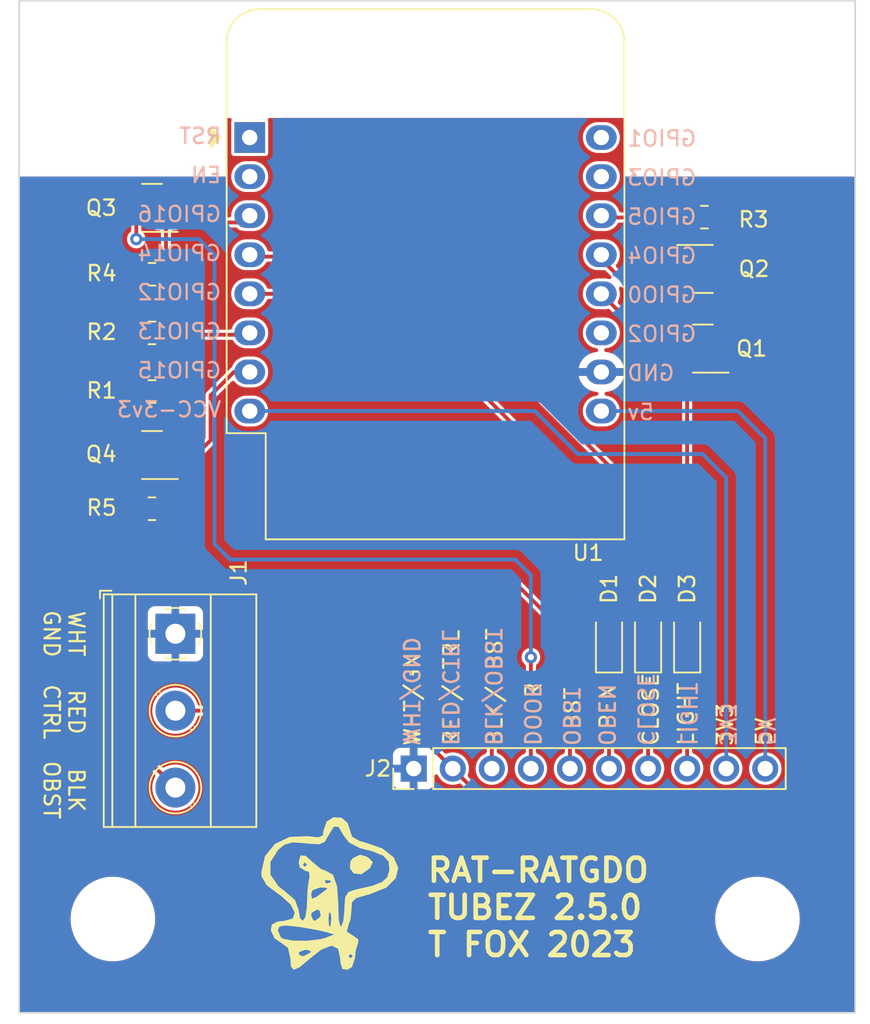
<source format=kicad_pcb>
(kicad_pcb (version 20221018) (generator pcbnew)
  (title_block (title "RAT-RATGDO TUBEZ ESP8266") (date "2023-11-02") (rev "2.5.0") (company "T Fox"))
  (layers (0 "F.Cu" signal) (31 "B.Cu" signal) (34 "B.Paste" user) (35 "F.Paste" user) (36 "B.SilkS" user "B.Silkscreen") (37 "F.SilkS" user "F.Silkscreen") (38 "B.Mask" user) (39 "F.Mask" user) (44 "Edge.Cuts" user))
  (net 0 "")
  (net 1 "Net-(Q1-D)")
  (net 2 "Net-(Q2-G)")
  (net 3 "Net-(U1-MOSI{slash}D7)")
  (net 6 "DC_OPEN")
  (net 7 "Net-(D1-A)")
  (net 8 "DC_CLOSE")
  (net 9 "Net-(D2-A)")
  (net 11 "DC_LIGHT")
  (net 14 "GND")
  (net 15 "+5V")
  (net 16 "Net-(D3-A)")
  (net 17 "BLK{slash}OBST")
  (net 18 "RED{slash}CTRL")
  (net 19 "STS_DOOR")
  (net 20 "STS_OBST")
  (net 21 "+3V3")
  (net 22 "Net-(Q3-G)")
  (net 23 "Net-(Q4-G)")
  (footprint "Resistor_SMD:R_0805_2012Metric" (layer "F.Cu") (at 159.1075 71.215222)
    (fp_text reference "R3" (at 3.1985 0.158778) (layer "F.SilkS"))
    (fp_text value "10k")
    (fp_line (start -0.227064 -0.735) (end 0.227064 -0.735) (stroke (width 0.12)) (layer "F.SilkS"))
    (fp_line (start -0.227064 0.735) (end 0.227064 0.735) (stroke (width 0.12)) (layer "F.SilkS"))
    (pad "1" smd roundrect (at -0.9125 0) (size 1.025 1.4) (layers "F.Cu" "F.Paste" "F.Mask") (roundrect_rratio 0.243902439) (net 2 "Net-(Q2-G)"))
    (pad "2" smd roundrect (at 0.9125 0) (size 1.025 1.4) (layers "F.Cu" "F.Paste" "F.Mask") (roundrect_rratio 0.243902439) (net 14 "GND"))
  )
  (footprint "Package_TO_SOT_SMD:SOT-23" (layer "F.Cu") (at 123.19 70.612 180)
    (fp_text reference "Q3" (at 3.302 0) (layer "F.SilkS"))
    (fp_text value "AO3400A")
    (fp_line (start 0 -1.56) (end -1.675 -1.56) (stroke (width 0.12)) (layer "F.SilkS"))
    (fp_line (start 0 -1.56) (end 0.65 -1.56) (stroke (width 0.12)) (layer "F.SilkS"))
    (fp_line (start 0 1.56) (end -0.65 1.56) (stroke (width 0.12)) (layer "F.SilkS"))
    (fp_line (start 0 1.56) (end 0.65 1.56) (stroke (width 0.12)) (layer "F.SilkS"))
    (pad "1" smd roundrect (at -0.9375 -0.95 180) (size 1.475 0.6) (layers "F.Cu" "F.Paste" "F.Mask") (net 22 "Net-(Q3-G)"))
    (pad "2" smd roundrect (at -0.9375 0.95 180) (size 1.475 0.6) (layers "F.Cu" "F.Paste" "F.Mask") (net 14 "GND"))
    (pad "3" smd roundrect (at 0.9375 0 180) (size 1.475 0.6) (layers "F.Cu" "F.Paste" "F.Mask") (net 19 "STS_DOOR"))
  )
  (footprint "MountingHole:MountingHole_5mm" (layer "F.Cu") (at 162.56 63.5)
    (fp_text reference "REF**" hide)
    (fp_text value "MountingHole_5mm")
    (pad "" np_thru_hole circle (at 0 0) (size 5 5) (drill 5) (layers "*.Cu" "*.Mask"))
  )
  (footprint "Diode_SMD:D_SOD-323_HandSoldering" (layer "F.Cu") (at 152.908 98.806 90)
    (fp_text reference "D1" (at 3.429 0 90) (layer "F.SilkS"))
    (fp_text value "1N4148WS")
    (fp_line (start -2.01 -0.85) (end -2.01 0.85) (stroke (width 0.12)) (layer "F.SilkS"))
    (fp_line (start -2.01 -0.85) (end 1.25 -0.85) (stroke (width 0.12)) (layer "F.SilkS"))
    (fp_line (start -2.01 0.85) (end 1.25 0.85) (stroke (width 0.12)) (layer "F.SilkS"))
    (pad "1" smd roundrect (at -1.25 0 90) (size 1 1) (layers "F.Cu" "F.Paste" "F.Mask") (net 6 "DC_OPEN"))
    (pad "2" smd roundrect (at 1.25 0 90) (size 1 1) (layers "F.Cu" "F.Paste" "F.Mask") (net 7 "Net-(D1-A)"))
  )
  (footprint "MountingHole:MountingHole_5mm" (layer "F.Cu") (at 162.56 116.84)
    (fp_text reference "REF**" hide)
    (fp_text value "MountingHole_5mm")
    (pad "" np_thru_hole circle (at 0 0) (size 5 5) (drill 5) (layers "*.Cu" "*.Mask"))
  )
  (footprint "LOGO" (layer "F.Cu") (at 134.62 115.062)
    (fp_text reference "G***" hide)
    (fp_text value "LOGO" hide)
    (fp_poly (pts (xy 2.493105 -2.294216) (xy 2.684752 -2.178158) (xy 2.931777 -1.907011) (xy 2.743863 -1.536772) (xy 2.719219 -1.506764) (xy 2.186299 -1.127009) (xy 1.689422 -1.184681) (xy 1.438315 -1.513441) (xy 1.481142 -2.00333) (xy 1.649455 -2.184835) (xy 2.100245 -2.402447)) (fill solid) (layer "F.SilkS"))
    (fp_poly (pts (xy 0.900063 -4.806073) (xy 1.30161 -4.457058) (xy 1.400669 -4.130355) (xy 1.585558 -3.574603) (xy 2.079759 -3.287212) (xy 2.357593 -3.220122) (xy 3.548355 -2.814632) (xy 4.292871 -2.228958) (xy 4.586189 -1.549925) (xy 4.423357 -0.864361) (xy 3.799425 -0.259092) (xy 2.709441 0.179057) (xy 2.553478 0.214914) (xy 1.860613 0.415328) (xy 1.575054 0.686538) (xy 1.553695 1.05037) (xy 1.49003 1.777154) (xy 1.351238 2.161376) (xy 1.240992 2.591035) (xy 1.590554 2.827213) (xy 1.625404 2.838544) (xy 1.992721 3.097329) (xy 1.977011 3.322783) (xy 1.821239 3.822188) (xy 1.770428 4.311664) (xy 1.584808 4.901308) (xy 1.28351 5.08134) (xy 0.943624 5.025017) (xy 0.817782 4.595097) (xy 0.810638 4.343218) (xy 0.775101 4.188298) (xy 1.351064 4.188298) (xy 1.48617 4.323405) (xy 1.621276 4.188298) (xy 1.48617 4.053192) (xy 1.351064 4.188298) (xy 0.775101 4.188298) (xy 0.664087 3.704336) (xy 0.245225 3.51293) (xy -0.414759 3.769317) (xy -1.124394 4.323405) (xy -1.811787 4.904425) (xy -2.210396 5.084565) (xy -2.392745 4.864833) (xy -2.431915 4.341614) (xy -2.498988 4.044711) (xy -1.89149 4.044711) (xy -1.693422 4.193386) (xy -1.48617 4.150908) (xy -1.130634 3.959115) (xy -1.080851 3.889176) (xy -1.301502 3.794717) (xy -1.48617 3.782979) (xy -1.845829 3.92439) (xy -1.89149 4.044711) (xy -2.498988 4.044711) (xy -2.588016 3.65062) (xy -2.947378 3.385583) (xy -3.463156 3.030191) (xy -3.699766 2.513823) (xy -3.242553 2.513823) (xy -3.052203 2.962394) (xy -2.904787 3.063597) (xy -2.256049 3.180751) (xy -1.362282 3.188355) (xy -0.50613 3.093579) (xy -0.135107 2.993331) (xy 0.405319 2.782092) (xy -0.135107 2.622395) (xy -0.726624 2.488364) (xy -1.584222 2.337672) (xy -1.959043 2.281519) (xy -2.748683 2.200771) (xy -3.135325 2.264835) (xy -3.242329 2.496039) (xy -3.242553 2.513823) (xy -3.699766 2.513823) (xy -3.704431 2.503643) (xy -3.632802 2.137318) (xy -3.273193 1.947334) (xy -2.821287 1.89149) (xy -2.276739 1.745886) (xy -2.145931 1.368095) (xy -2.407629 0.846644) (xy -3.0406 0.27006) (xy -3.242553 0.135107) (xy -3.978766 -0.429311) (xy -4.293351 -0.968499) (xy -4.323404 -1.237111) (xy -4.170549 -1.9229) (xy -3.727125 -1.9229) (xy -3.720459 -1.101745) (xy -3.20066 -0.344772) (xy -2.833889 -0.065069) (xy -2.128184 0.542429) (xy -1.892178 1.178311) (xy -1.89149 1.218442) (xy -1.798682 1.725066) (xy -1.621277 1.89149) (xy -1.458888 1.650248) (xy -1.440059 1.531206) (xy -1.080851 1.531206) (xy -0.936248 1.861118) (xy -0.839548 1.89149) (xy -0.64805 1.756383) (xy 0.052677 1.756383) (xy 0.081885 2.217859) (xy 0.166474 2.258489) (xy 0.177242 2.234398) (xy 0.230696 1.697976) (xy 0.187255 1.42376) (xy 0.101242 1.313567) (xy 0.054459 1.672471) (xy 0.052677 1.756383) (xy -0.64805 1.756383) (xy -0.537789 1.678591) (xy -0.459991 1.531206) (xy -0.5375 1.214579) (xy -0.701294 1.170922) (xy -1.043166 1.375153) (xy -1.080851 1.531206) (xy -1.440059 1.531206) (xy -1.362528 1.041046) (xy -1.351064 0.697632) (xy -1.328367 0.168193) (xy -1.080851 0.168193) (xy -1.018393 0.455703) (xy -0.73945 0.342136) (xy -0.607979 0.244654) (xy -0.183289 -0.076482) (xy -0.022518 -0.193751) (xy -0.155221 -0.253438) (xy -0.49539 -0.270212) (xy -0.980354 -0.100461) (xy -1.080851 0.168193) (xy -1.328367 0.168193) (xy -1.315214 -0.138617) (xy -1.235073 -0.720567) (xy -0.180142 -0.720567) (xy -0.14305 -0.559926) (xy 0 -0.540425) (xy 0.222416 -0.639292) (xy 0.180142 -0.720567) (xy -0.140538 -0.752906) (xy -0.180142 -0.720567) (xy -1.235073 -0.720567) (xy -1.225498 -0.790096) (xy -1.187048 -0.923644) (xy -1.212134 -1.284913) (xy -1.457261 -1.351063) (xy -1.818432 -1.576531) (xy -1.860151 -1.756383) (xy -1.621277 -1.756383) (xy -1.48617 -1.621276) (xy -1.351064 -1.756383) (xy -1.48617 -1.891489) (xy -1.621277 -1.756383) (xy -1.860151 -1.756383) (xy -1.89149 -1.891489) (xy -1.777319 -2.356856) (xy -1.439071 -2.333407) (xy -0.945745 -1.891489) (xy -0.457087 -1.485329) (xy -0.102734 -1.351063) (xy 0.342401 -1.097904) (xy 0.609744 -0.350759) (xy 0.693018 0.871871) (xy 0.691532 0.990116) (xy 0.713285 1.746506) (xy 0.795379 2.196826) (xy 0.87395 2.25768) (xy 1.006053 1.930319) (xy 1.076995 1.275984) (xy 1.080851 1.070052) (xy 1.127375 0.367176) (xy 1.340101 0.023088) (xy 1.823936 -0.139915) (xy 2.891376 -0.38405) (xy 3.534724 -0.628044) (xy 3.86625 -0.937905) (xy 3.998222 -1.379642) (xy 4.003366 -1.421306) (xy 3.957054 -1.951603) (xy 3.613197 -2.33285) (xy 2.882303 -2.630575) (xy 2.084959 -2.825987) (xy 1.368829 -3.205138) (xy 1.028288 -3.655327) (xy 0.69921 -4.207555) (xy 0.408592 -4.231231) (xy 0.085394 -3.726112) (xy 0.051042 -3.65199) (xy -0.195289 -3.240211) (xy -0.548705 -3.080929) (xy -1.194996 -3.111093) (xy -1.4462 -3.143866) (xy -2.276782 -3.2014) (xy -2.81966 -3.050293) (xy -3.210252 -2.734428) (xy -3.727125 -1.9229) (xy -4.170549 -1.9229) (xy -4.086432 -2.300296) (xy -3.440015 -3.099751) (xy -2.480901 -3.561024) (xy -1.305839 -3.609667) (xy -1.251176 -3.601243) (xy -0.600942 -3.534315) (xy -0.32412 -3.660939) (xy -0.270213 -3.988926) (xy -0.076599 -4.555862) (xy 0.377077 -4.833626)) (fill solid) (layer "F.SilkS"))
  )
  (footprint "Module:WEMOS_D1_mini_light" (layer "F.Cu") (at 129.5475 66.04)
    (fp_text reference "U1" (at 22 27) (layer "F.SilkS"))
    (fp_text value "WeMos_D1_mini")
    (fp_line (start -1.5 19.22) (end -1.5 -6.21) (stroke (width 0.12)) (layer "F.SilkS"))
    (fp_line (start -1.5 19.22) (end 1.04 19.22) (stroke (width 0.12)) (layer "F.SilkS"))
    (fp_line (start 1.04 19.22) (end 1.04 26.12) (stroke (width 0.12)) (layer "F.SilkS"))
    (fp_line (start 1.04 26.12) (end 24.36 26.12) (stroke (width 0.12)) (layer "F.SilkS"))
    (fp_line (start 22.24 -8.34) (end 0.63 -8.34) (stroke (width 0.12)) (layer "F.SilkS"))
    (fp_line (start 24.36 26.12) (end 24.36 -6.21) (stroke (width 0.12)) (layer "F.SilkS"))
    (fp_arc (start -1.5 -6.21) (mid -0.876137 -7.716137) (end 0.63 -8.34) (stroke (width 0.12)) (layer "F.SilkS"))
    (fp_arc (start 22.23 -8.34) (mid 23.736137 -7.716137) (end 24.36 -6.21) (stroke (width 0.12)) (layer "F.SilkS"))
    (fp_poly (pts (xy -2.54 -0.635) (xy -2.54 0.635) (xy -1.905 0)) (stroke (width 0.15)) (fill solid) (layer "F.SilkS"))
    (pad "1" thru_hole rect (at 0 0) (size 2 2) (drill 1) (layers "*.Cu" "*.Mask"))
    (pad "2" thru_hole oval (at 0 2.54) (size 2 1.6) (drill 1) (layers "*.Cu" "*.Mask"))
    (pad "3" thru_hole oval (at 0 5.08) (size 2 1.6) (drill 1) (layers "*.Cu" "*.Mask") (net 22 "Net-(Q3-G)"))
    (pad "4" thru_hole oval (at 0 7.62) (size 2 1.6) (drill 1) (layers "*.Cu" "*.Mask") (net 7 "Net-(D1-A)"))
    (pad "5" thru_hole oval (at 0 10.16) (size 2 1.6) (drill 1) (layers "*.Cu" "*.Mask") (net 9 "Net-(D2-A)"))
    (pad "6" thru_hole oval (at 0 12.7) (size 2 1.6) (drill 1) (layers "*.Cu" "*.Mask") (net 3 "Net-(U1-MOSI{slash}D7)"))
    (pad "7" thru_hole oval (at 0 15.24) (size 2 1.6) (drill 1) (layers "*.Cu" "*.Mask") (net 23 "Net-(Q4-G)"))
    (pad "8" thru_hole oval (at 0 17.78) (size 2 1.6) (drill 1) (layers "*.Cu" "*.Mask") (net 21 "+3V3"))
    (pad "9" thru_hole oval (at 22.86 17.78) (size 2 1.6) (drill 1) (layers "*.Cu" "*.Mask") (net 15 "+5V"))
    (pad "10" thru_hole oval (at 22.86 15.24) (size 2 1.6) (drill 1) (layers "*.Cu" "*.Mask") (net 14 "GND"))
    (pad "11" thru_hole oval (at 22.86 12.7) (size 2 1.6) (drill 1) (layers "*.Cu" "*.Mask"))
    (pad "12" thru_hole oval (at 22.86 10.16) (size 2 1.6) (drill 1) (layers "*.Cu" "*.Mask") (net 16 "Net-(D3-A)"))
    (pad "13" thru_hole oval (at 22.86 7.62) (size 2 1.6) (drill 1) (layers "*.Cu" "*.Mask") (net 1 "Net-(Q1-D)"))
    (pad "14" thru_hole oval (at 22.86 5.08) (size 2 1.6) (drill 1) (layers "*.Cu" "*.Mask") (net 2 "Net-(Q2-G)"))
    (pad "15" thru_hole oval (at 22.86 2.54) (size 2 1.6) (drill 1) (layers "*.Cu" "*.Mask"))
    (pad "16" thru_hole oval (at 22.86 0) (size 2 1.6) (drill 1) (layers "*.Cu" "*.Mask"))
  )
  (footprint "MountingHole:MountingHole_5mm" (layer "F.Cu") (at 120.65 116.84)
    (fp_text reference "REF**" hide)
    (fp_text value "MountingHole_5mm")
    (pad "" np_thru_hole circle (at 0 0) (size 5 5) (drill 5) (layers "*.Cu" "*.Mask"))
  )
  (footprint "Package_TO_SOT_SMD:SOT-23" (layer "F.Cu") (at 123.19 86.68 180)
    (fp_text reference "Q4" (at 3.302 0.061) (layer "F.SilkS"))
    (fp_text value "AO3400A")
    (fp_line (start 0 -1.56) (end -1.675 -1.56) (stroke (width 0.12)) (layer "F.SilkS"))
    (fp_line (start 0 -1.56) (end 0.65 -1.56) (stroke (width 0.12)) (layer "F.SilkS"))
    (fp_line (start 0 1.56) (end -0.65 1.56) (stroke (width 0.12)) (layer "F.SilkS"))
    (fp_line (start 0 1.56) (end 0.65 1.56) (stroke (width 0.12)) (layer "F.SilkS"))
    (pad "1" smd roundrect (at -0.9375 -0.95 180) (size 1.475 0.6) (layers "F.Cu" "F.Paste" "F.Mask") (net 23 "Net-(Q4-G)"))
    (pad "2" smd roundrect (at -0.9375 0.95 180) (size 1.475 0.6) (layers "F.Cu" "F.Paste" "F.Mask") (net 14 "GND"))
    (pad "3" smd roundrect (at 0.9375 0 180) (size 1.475 0.6) (layers "F.Cu" "F.Paste" "F.Mask") (net 20 "STS_OBST"))
  )
  (footprint "MountingHole:MountingHole_5mm" (layer "F.Cu") (at 120.65 63.5)
    (fp_text reference "REF**" hide)
    (fp_text value "MountingHole_5mm")
    (pad "" np_thru_hole circle (at 0 0) (size 5 5) (drill 5) (layers "*.Cu" "*.Mask"))
  )
  (footprint "Diode_SMD:D_SOD-323_HandSoldering" (layer "F.Cu") (at 155.448 98.806 90)
    (fp_text reference "D2" (at 3.429 0 90) (layer "F.SilkS"))
    (fp_text value "1N4148WS")
    (fp_line (start -2.01 -0.85) (end -2.01 0.85) (stroke (width 0.12)) (layer "F.SilkS"))
    (fp_line (start -2.01 -0.85) (end 1.25 -0.85) (stroke (width 0.12)) (layer "F.SilkS"))
    (fp_line (start -2.01 0.85) (end 1.25 0.85) (stroke (width 0.12)) (layer "F.SilkS"))
    (pad "1" smd roundrect (at -1.25 0 90) (size 1 1) (layers "F.Cu" "F.Paste" "F.Mask") (net 8 "DC_CLOSE"))
    (pad "2" smd roundrect (at 1.25 0 90) (size 1 1) (layers "F.Cu" "F.Paste" "F.Mask") (net 9 "Net-(D2-A)"))
  )
  (footprint "Package_TO_SOT_SMD:SOT-23" (layer "F.Cu") (at 159.009257 74.582843)
    (fp_text reference "Q2" (at 3.320553 0) (layer "F.SilkS"))
    (fp_text value "AO3400A")
    (fp_line (start 0 -1.56) (end -1.675 -1.56) (stroke (width 0.12)) (layer "F.SilkS"))
    (fp_line (start 0 -1.56) (end 0.65 -1.56) (stroke (width 0.12)) (layer "F.SilkS"))
    (fp_line (start 0 1.56) (end -0.65 1.56) (stroke (width 0.12)) (layer "F.SilkS"))
    (fp_line (start 0 1.56) (end 0.65 1.56) (stroke (width 0.12)) (layer "F.SilkS"))
    (pad "1" smd roundrect (at -0.9375 -0.95) (size 1.475 0.6) (layers "F.Cu" "F.Paste" "F.Mask") (net 2 "Net-(Q2-G)"))
    (pad "2" smd roundrect (at -0.9375 0.95) (size 1.475 0.6) (layers "F.Cu" "F.Paste" "F.Mask") (net 14 "GND"))
    (pad "3" smd roundrect (at 0.9375 0) (size 1.475 0.6) (layers "F.Cu" "F.Paste" "F.Mask") (net 18 "RED{slash}CTRL"))
  )
  (footprint "Diode_SMD:D_SOD-323_HandSoldering" (layer "F.Cu") (at 157.988 98.806 90)
    (fp_text reference "D3" (at 3.429 0 90) (layer "F.SilkS"))
    (fp_text value "1N4148WS")
    (fp_line (start -2.01 -0.85) (end -2.01 0.85) (stroke (width 0.12)) (layer "F.SilkS"))
    (fp_line (start -2.01 -0.85) (end 1.25 -0.85) (stroke (width 0.12)) (layer "F.SilkS"))
    (fp_line (start -2.01 0.85) (end 1.25 0.85) (stroke (width 0.12)) (layer "F.SilkS"))
    (pad "1" smd roundrect (at -1.25 0 90) (size 1 1) (layers "F.Cu" "F.Paste" "F.Mask") (net 11 "DC_LIGHT"))
    (pad "2" smd roundrect (at 1.25 0 90) (size 1 1) (layers "F.Cu" "F.Paste" "F.Mask") (net 16 "Net-(D3-A)"))
  )
  (footprint "Resistor_SMD:R_0805_2012Metric" (layer "F.Cu") (at 123.19 90.17 180)
    (fp_text reference "R5" (at 3.278191 0.061) (layer "F.SilkS"))
    (fp_text value "10k")
    (fp_line (start -0.227064 -0.735) (end 0.227064 -0.735) (stroke (width 0.12)) (layer "F.SilkS"))
    (fp_line (start -0.227064 0.735) (end 0.227064 0.735) (stroke (width 0.12)) (layer "F.SilkS"))
    (pad "1" smd roundrect (at -0.9125 0 180) (size 1.025 1.4) (layers "F.Cu" "F.Paste" "F.Mask") (roundrect_rratio 0.243902439) (net 23 "Net-(Q4-G)"))
    (pad "2" smd roundrect (at 0.9125 0 180) (size 1.025 1.4) (layers "F.Cu" "F.Paste" "F.Mask") (roundrect_rratio 0.243902439) (net 14 "GND"))
  )
  (footprint "Package_TO_SOT_SMD:SOT-23" (layer "F.Cu") (at 159.009257 79.759515 180)
    (fp_text reference "Q1" (at -3.17111 0) (layer "F.SilkS"))
    (fp_text value "2N7002")
    (fp_line (start 0 -1.56) (end -1.675 -1.56) (stroke (width 0.12)) (layer "F.SilkS"))
    (fp_line (start 0 -1.56) (end 0.65 -1.56) (stroke (width 0.12)) (layer "F.SilkS"))
    (fp_line (start 0 1.56) (end -0.65 1.56) (stroke (width 0.12)) (layer "F.SilkS"))
    (fp_line (start 0 1.56) (end 0.65 1.56) (stroke (width 0.12)) (layer "F.SilkS"))
    (pad "1" smd roundrect (at -0.9375 -0.95 180) (size 1.475 0.6) (layers "F.Cu" "F.Paste" "F.Mask") (net 18 "RED{slash}CTRL"))
    (pad "2" smd roundrect (at -0.9375 0.95 180) (size 1.475 0.6) (layers "F.Cu" "F.Paste" "F.Mask") (net 14 "GND"))
    (pad "3" smd roundrect (at 0.9375 0 180) (size 1.475 0.6) (layers "F.Cu" "F.Paste" "F.Mask") (net 1 "Net-(Q1-D)"))
  )
  (footprint "TerminalBlock_Phoenix:TerminalBlock_Phoenix_MKDS-1,5-3_1x03_P5.00mm_Horizontal" (layer "F.Cu") (at 124.714 98.298 -90)
    (fp_text reference "J1" (at -3.97 -4.115 90) (layer "F.SilkS"))
    (fp_text value "Screw_Terminal_01x03")
    (fp_line (start -2.8 4.16) (end -2.8 4.9) (stroke (width 0.12)) (layer "F.SilkS"))
    (fp_line (start -2.8 4.9) (end -2.3 4.9) (stroke (width 0.12)) (layer "F.SilkS"))
    (fp_line (start -2.56 -5.261) (end -2.56 4.66) (stroke (width 0.12)) (layer "F.SilkS"))
    (fp_line (start -2.56 -5.261) (end 12.56 -5.261) (stroke (width 0.12)) (layer "F.SilkS"))
    (fp_line (start -2.56 -2.301) (end 12.56 -2.301) (stroke (width 0.12)) (layer "F.SilkS"))
    (fp_line (start -2.56 2.6) (end 12.56 2.6) (stroke (width 0.12)) (layer "F.SilkS"))
    (fp_line (start -2.56 4.1) (end 12.56 4.1) (stroke (width 0.12)) (layer "F.SilkS"))
    (fp_line (start -2.56 4.66) (end 12.56 4.66) (stroke (width 0.12)) (layer "F.SilkS"))
    (fp_line (start 3.773 1.023) (end 3.726 1.069) (stroke (width 0.12)) (layer "F.SilkS"))
    (fp_line (start 3.966 1.239) (end 3.931 1.274) (stroke (width 0.12)) (layer "F.SilkS"))
    (fp_line (start 6.07 -1.275) (end 6.035 -1.239) (stroke (width 0.12)) (layer "F.SilkS"))
    (fp_line (start 6.275 -1.069) (end 6.228 -1.023) (stroke (width 0.12)) (layer "F.SilkS"))
    (fp_line (start 8.773 1.023) (end 8.726 1.069) (stroke (width 0.12)) (layer "F.SilkS"))
    (fp_line (start 8.966 1.239) (end 8.931 1.274) (stroke (width 0.12)) (layer "F.SilkS"))
    (fp_line (start 11.07 -1.275) (end 11.035 -1.239) (stroke (width 0.12)) (layer "F.SilkS"))
    (fp_line (start 11.275 -1.069) (end 11.228 -1.023) (stroke (width 0.12)) (layer "F.SilkS"))
    (fp_line (start 12.56 -5.261) (end 12.56 4.66) (stroke (width 0.12)) (layer "F.SilkS"))
    (fp_arc (start -1.535427 0.683042) (mid -1.680501 -0.000524) (end -1.535 -0.684) (stroke (width 0.12)) (layer "F.SilkS"))
    (fp_arc (start -0.683042 -1.535427) (mid 0.000524 -1.680501) (end 0.684 -1.535) (stroke (width 0.12)) (layer "F.SilkS"))
    (fp_arc (start 0.028805 1.680253) (mid -0.335551 1.646659) (end -0.684 1.535) (stroke (width 0.12)) (layer "F.SilkS"))
    (fp_arc (start 0.683318 1.534756) (mid 0.349292 1.643288) (end 0 1.68) (stroke (width 0.12)) (layer "F.SilkS"))
    (fp_arc (start 1.535427 -0.683042) (mid 1.680501 0.000524) (end 1.535 0.684) (stroke (width 0.12)) (layer "F.SilkS"))
    (fp_circle (center 5 0) (end 6.68 0) (stroke (width 0.12)) (fill none) (layer "F.SilkS"))
    (fp_circle (center 10 0) (end 11.68 0) (stroke (width 0.12)) (fill none) (layer "F.SilkS"))
    (pad "1" thru_hole rect (at 0 0 270) (size 2.6 2.6) (drill 1.3) (layers "*.Cu" "*.Mask") (net 14 "GND"))
    (pad "2" thru_hole circle (at 5 0 270) (size 2.6 2.6) (drill 1.3) (layers "*.Cu" "*.Mask") (net 18 "RED{slash}CTRL"))
    (pad "3" thru_hole circle (at 10 0 270) (size 2.6 2.6) (drill 1.3) (layers "*.Cu" "*.Mask") (net 17 "BLK{slash}OBST"))
  )
  (footprint "Resistor_SMD:R_0805_2012Metric" (layer "F.Cu") (at 123.19 74.93 180)
    (fp_text reference "R4" (at 3.278191 0.061) (layer "F.SilkS"))
    (fp_text value "10k")
    (fp_line (start -0.227064 -0.735) (end 0.227064 -0.735) (stroke (width 0.12)) (layer "F.SilkS"))
    (fp_line (start -0.227064 0.735) (end 0.227064 0.735) (stroke (width 0.12)) (layer "F.SilkS"))
    (pad "1" smd roundrect (at -0.9125 0 180) (size 1.025 1.4) (layers "F.Cu" "F.Paste" "F.Mask") (roundrect_rratio 0.243902439) (net 22 "Net-(Q3-G)"))
    (pad "2" smd roundrect (at 0.9125 0 180) (size 1.025 1.4) (layers "F.Cu" "F.Paste" "F.Mask") (roundrect_rratio 0.243902439) (net 14 "GND"))
  )
  (footprint "Resistor_SMD:R_0805_2012Metric" (layer "F.Cu") (at 123.19 78.74 180)
    (fp_text reference "R2" (at 3.278191 0.061) (layer "F.SilkS"))
    (fp_text value "10k")
    (fp_line (start -0.227064 -0.735) (end 0.227064 -0.735) (stroke (width 0.12)) (layer "F.SilkS"))
    (fp_line (start -0.227064 0.735) (end 0.227064 0.735) (stroke (width 0.12)) (layer "F.SilkS"))
    (pad "1" smd roundrect (at -0.9125 0 180) (size 1.025 1.4) (layers "F.Cu" "F.Paste" "F.Mask") (roundrect_rratio 0.243902439) (net 3 "Net-(U1-MOSI{slash}D7)"))
    (pad "2" smd roundrect (at 0.9125 0 180) (size 1.025 1.4) (layers "F.Cu" "F.Paste" "F.Mask") (roundrect_rratio 0.243902439) (net 14 "GND"))
  )
  (footprint "Resistor_SMD:R_0805_2012Metric" (layer "F.Cu") (at 123.19 82.55)
    (fp_text reference "R1" (at -3.278191 -0.061) (layer "F.SilkS"))
    (fp_text value "10k")
    (fp_line (start -0.227064 -0.735) (end 0.227064 -0.735) (stroke (width 0.12)) (layer "F.SilkS"))
    (fp_line (start -0.227064 0.735) (end 0.227064 0.735) (stroke (width 0.12)) (layer "F.SilkS"))
    (pad "1" smd roundrect (at -0.9125 0) (size 1.025 1.4) (layers "F.Cu" "F.Paste" "F.Mask") (roundrect_rratio 0.243902439) (net 17 "BLK{slash}OBST"))
    (pad "2" smd roundrect (at 0.9125 0) (size 1.025 1.4) (layers "F.Cu" "F.Paste" "F.Mask") (roundrect_rratio 0.243902439) (net 3 "Net-(U1-MOSI{slash}D7)"))
  )
  (footprint "Connector_PinHeader_2.54mm:PinHeader_1x10_P2.54mm_Vertical" (layer "F.Cu") (at 140.208 107.061 90)
    (fp_text reference "J2" (at 0 -2.33) (layer "F.SilkS"))
    (fp_text value "Conn_01x10")
    (fp_line (start -1.33 -1.33) (end 0 -1.33) (stroke (width 0.12)) (layer "F.SilkS"))
    (fp_line (start -1.33 0) (end -1.33 -1.33) (stroke (width 0.12)) (layer "F.SilkS"))
    (fp_line (start -1.33 1.27) (end -1.33 24.19) (stroke (width 0.12)) (layer "F.SilkS"))
    (fp_line (start -1.33 1.27) (end 1.33 1.27) (stroke (width 0.12)) (layer "F.SilkS"))
    (fp_line (start -1.33 24.19) (end 1.33 24.19) (stroke (width 0.12)) (layer "F.SilkS"))
    (fp_line (start 1.33 1.27) (end 1.33 24.19) (stroke (width 0.12)) (layer "F.SilkS"))
    (pad "1" thru_hole rect (at 0 0 90) (size 1.7 1.7) (drill 1) (layers "*.Cu" "*.Mask") (net 14 "GND"))
    (pad "2" thru_hole oval (at 0 2.54 90) (size 1.7 1.7) (drill 1) (layers "*.Cu" "*.Mask") (net 18 "RED{slash}CTRL"))
    (pad "3" thru_hole oval (at 0 5.08 90) (size 1.7 1.7) (drill 1) (layers "*.Cu" "*.Mask") (net 17 "BLK{slash}OBST"))
    (pad "4" thru_hole oval (at 0 7.62 90) (size 1.7 1.7) (drill 1) (layers "*.Cu" "*.Mask") (net 19 "STS_DOOR"))
    (pad "5" thru_hole oval (at 0 10.16 90) (size 1.7 1.7) (drill 1) (layers "*.Cu" "*.Mask") (net 20 "STS_OBST"))
    (pad "6" thru_hole oval (at 0 12.7 90) (size 1.7 1.7) (drill 1) (layers "*.Cu" "*.Mask") (net 6 "DC_OPEN"))
    (pad "7" thru_hole oval (at 0 15.24 90) (size 1.7 1.7) (drill 1) (layers "*.Cu" "*.Mask") (net 8 "DC_CLOSE"))
    (pad "8" thru_hole oval (at 0 17.78 90) (size 1.7 1.7) (drill 1) (layers "*.Cu" "*.Mask") (net 11 "DC_LIGHT"))
    (pad "9" thru_hole oval (at 0 20.32 90) (size 1.7 1.7) (drill 1) (layers "*.Cu" "*.Mask") (net 21 "+3V3"))
    (pad "10" thru_hole oval (at 0 22.86 90) (size 1.7 1.7) (drill 1) (layers "*.Cu" "*.Mask") (net 15 "+5V"))
  )
  (gr_rect (start 114.554 57.15) (end 168.91 122.936) (stroke (width 0.1)) (fill none) (layer "Edge.Cuts"))
  (gr_text "5V" (at 162.56 105.664 270) (layer "B.SilkS") (effects (font (size 1 1)) (justify left bottom mirror)))
  (gr_text "WHT/GND" (at 139.446 105.664 270) (layer "B.SilkS") (effects (font (size 1 1)) (justify left bottom mirror)))
  (gr_text "GPIO0" (at 158.68124 76.855989) (layer "B.SilkS") (effects (font (size 1 1)) (justify left bottom mirror)))
  (gr_text "OPEN" (at 152.146 105.664 270) (layer "B.SilkS") (effects (font (size 1 1)) (justify left bottom mirror)))
  (gr_text "RST" (at 127.785908 66.525297) (layer "B.SilkS") (effects (font (size 1 1)) (justify left bottom mirror)))
  (gr_text "GPIO5" (at 158.68124 71.775989) (layer "B.SilkS") (effects (font (size 1 1)) (justify left bottom mirror)))
  (gr_text "GPIO3" (at 158.68124 69.235989) (layer "B.SilkS") (effects (font (size 1 1)) (justify left bottom mirror)))
  (gr_text "LIGHT" (at 157.48 105.664 270) (layer "B.SilkS") (effects (font (size 1 1)) (justify left bottom mirror)))
  (gr_text "GPIO2" (at 158.68124 79.395989) (layer "B.SilkS") (effects (font (size 1 1)) (justify left bottom mirror)))
  (gr_text "GPIO13" (at 127.785908 79.225297) (layer "B.SilkS") (effects (font (size 1 1)) (justify left bottom mirror)))
  (gr_text "5v" (at 155.919336 84.475989) (layer "B.SilkS") (effects (font (size 1 1)) (justify left bottom mirror)))
  (gr_text "DOOR" (at 147.32 105.664 270) (layer "B.SilkS") (effects (font (size 1 1)) (justify left bottom mirror)))
  (gr_text "GPIO15" (at 127.785908 81.765297) (layer "B.SilkS") (effects (font (size 1 1)) (justify left bottom mirror)))
  (gr_text "EN" (at 127.785908 69.065297) (layer "B.SilkS") (effects (font (size 1 1)) (justify left bottom mirror)))
  (gr_text "GPIO12" (at 127.785908 76.685297) (layer "B.SilkS") (effects (font (size 1 1)) (justify left bottom mirror)))
  (gr_text "GPIO1" (at 158.68124 66.695989) (layer "B.SilkS") (effects (font (size 1 1)) (justify left bottom mirror)))
  (gr_text "OBST" (at 149.86 105.664 270) (layer "B.SilkS") (effects (font (size 1 1)) (justify left bottom mirror)))
  (gr_text "VCC-3v3" (at 127.785908 84.305297) (layer "B.SilkS") (effects (font (size 1 1)) (justify left bottom mirror)))
  (gr_text "BLK/OBST" (at 144.78 105.664 270) (layer "B.SilkS") (effects (font (size 1 1)) (justify left bottom mirror)))
  (gr_text "GND" (at 157.252669 81.935989) (layer "B.SilkS") (effects (font (size 1 1)) (justify left bottom mirror)))
  (gr_text "GPIO14" (at 127.785908 74.145297) (layer "B.SilkS") (effects (font (size 1 1)) (justify left bottom mirror)))
  (gr_text "3V3" (at 160.02 105.664 270) (layer "B.SilkS") (effects (font (size 1 1)) (justify left bottom mirror)))
  (gr_text "RED/CTRL" (at 141.986 105.664 270) (layer "B.SilkS") (effects (font (size 1 1)) (justify left bottom mirror)))
  (gr_text "GPIO16" (at 127.785908 71.605297) (layer "B.SilkS") (effects (font (size 1 1)) (justify left bottom mirror)))
  (gr_text "GPIO4" (at 158.68124 74.315989) (layer "B.SilkS") (effects (font (size 1 1)) (justify left bottom mirror)))
  (gr_text "CLOSE" (at 154.686 105.664 270) (layer "B.SilkS") (effects (font (size 1 1)) (justify left bottom mirror)))
  (gr_text "RED\nCTRL" (at 116.078 103.378 -90) (layer "F.SilkS") (effects (font (size 1 1)) (justify bottom)))
  (gr_text "RED/CTRL" (at 143.256 105.664 90) (layer "F.SilkS") (effects (font (size 1 1)) (justify left bottom)))
  (gr_text "RAT-RATGDO\nTUBEZ 2.5.0\nT FOX 2023" (at 140.97 119.38) (layer "F.SilkS") (effects (font (size 1.5 1.5) (thickness 0.3) bold) (justify left bottom)))
  (gr_text "5V" (at 163.576 105.664 90) (layer "F.SilkS") (effects (font (size 1 1)) (justify left bottom)))
  (gr_text "WHT\nGND" (at 116.078 98.298 -90) (layer "F.SilkS") (effects (font (size 1 1)) (justify bottom)))
  (gr_text "LIGHT" (at 158.496 105.664 90) (layer "F.SilkS") (effects (font (size 1 1)) (justify left bottom)))
  (gr_text "DOOR" (at 148.59 105.664 90) (layer "F.SilkS") (effects (font (size 1 1)) (justify left bottom)))
  (gr_text "WHT/GND" (at 140.716 105.664 90) (layer "F.SilkS") (effects (font (size 1 1)) (justify left bottom)))
  (gr_text "3V3" (at 161.036 105.664 90) (layer "F.SilkS") (effects (font (size 1 1)) (justify left bottom)))
  (gr_text "OPEN" (at 153.416 105.664 90) (layer "F.SilkS") (effects (font (size 1 1)) (justify left bottom)))
  (gr_text "BLK/OBST" (at 146.05 105.664 90) (layer "F.SilkS") (effects (font (size 1 1)) (justify left bottom)))
  (gr_text "BLK\nOBST" (at 116.078 108.458 -90) (layer "F.SilkS") (effects (font (size 1 1)) (justify bottom)))
  (gr_text "OBST" (at 151.13 105.664 90) (layer "F.SilkS") (effects (font (size 1 1)) (justify left bottom)))
  (gr_text "CLOSE" (at 156.21 105.664 90) (layer "F.SilkS") (effects (font (size 1 1)) (justify left bottom)))
  (segment (start 152.4075 73.945815) (end 158.2212 79.759515) (width 0.25) (layer "F.Cu") (net 1))
  (segment (start 157.701395 71.24) (end 157.726173 71.215222) (width 0.25) (layer "F.Cu") (net 2))
  (segment (start 158.071757 71.560806) (end 158.071757 73.632843) (width 0.25) (layer "F.Cu") (net 2))
  (segment (start 152.4075 71.24) (end 157.701395 71.24) (width 0.25) (layer "F.Cu") (net 2))
  (segment (start 157.726173 71.215222) (end 158.071757 71.560806) (width 0.25) (layer "F.Cu") (net 2))
  (segment (start 124.2225 78.86) (end 129.5475 78.86) (width 0.25) (layer "F.Cu") (net 3))
  (segment (start 124.1025 82.55) (end 124.1025 78.74) (width 0.25) (layer "F.Cu") (net 3))
  (segment (start 152.908 100.056) (end 152.908 107.061) (width 0.25) (layer "F.Cu") (net 6))
  (segment (start 129.5475 73.78) (end 139.312 73.78) (width 0.25) (layer "F.Cu") (net 7))
  (segment (start 152.908 87.376) (end 139.312 73.78) (width 0.25) (layer "F.Cu") (net 7))
  (segment (start 152.908 87.376) (end 152.908 97.556) (width 0.25) (layer "F.Cu") (net 7))
  (segment (start 155.448 107.061) (end 155.448 100.056) (width 0.25) (layer "F.Cu") (net 8))
  (segment (start 138.176 76.2) (end 129.5475 76.2) (width 0.25) (layer "F.Cu") (net 9))
  (segment (start 154.198 98.786) (end 151.892 98.786) (width 0.25) (layer "F.Cu") (net 9))
  (segment (start 151.892 98.786) (end 151.13 98.024) (width 0.25) (layer "F.Cu") (net 9))
  (segment (start 155.448 97.536) (end 154.198 98.786) (width 0.25) (layer "F.Cu") (net 9))
  (segment (start 151.13 98.024) (end 151.13 89.154) (width 0.25) (layer "F.Cu") (net 9))
  (segment (start 151.13 89.154) (end 138.176 76.2) (width 0.25) (layer "F.Cu") (net 9))
  (segment (start 157.988 107.061) (end 157.988 100.056) (width 0.25) (layer "F.Cu") (net 11))
  (segment (start 163.068 85.598) (end 163.068 107.061) (width 0.25) (layer "B.Cu") (net 15))
  (segment (start 161.29 83.82) (end 163.068 85.598) (width 0.25) (layer "B.Cu") (net 15))
  (segment (start 152.4075 83.82) (end 161.29 83.82) (width 0.25) (layer "B.Cu") (net 15))
  (segment (start 152.4075 76.2) (end 157.988 81.7805) (width 0.25) (layer "F.Cu") (net 16))
  (segment (start 157.988 81.7805) (end 157.988 97.556) (width 0.25) (layer "F.Cu") (net 16))
  (segment (start 121.412 82.55) (end 122.2775 82.55) (width 0.25) (layer "F.Cu") (net 17))
  (segment (start 143.002 95.758) (end 145.288 98.044) (width 0.25) (layer "F.Cu") (net 17))
  (segment (start 124.714 108.298) (end 120.142 103.726) (width 0.25) (layer "F.Cu") (net 17))
  (segment (start 120.142 103.726) (end 120.142 91.948) (width 0.25) (layer "F.Cu") (net 17))
  (segment (start 120.142 91.948) (end 120.142 83.82) (width 0.25) (layer "F.Cu") (net 17))
  (segment (start 145.288 98.044) (end 145.288 107.061) (width 0.25) (layer "F.Cu") (net 17))
  (segment (start 123.571 95.758) (end 143.002 95.758) (width 0.25) (layer "F.Cu") (net 17))
  (segment (start 120.142 92.329) (end 123.571 95.758) (width 0.25) (layer "F.Cu") (net 17))
  (segment (start 120.142 83.82) (end 121.412 82.55) (width 0.25) (layer "F.Cu") (net 17))
  (segment (start 120.142 91.948) (end 120.142 92.329) (width 0.25) (layer "F.Cu") (net 17))
  (segment (start 163.83 109.22) (end 165.1 107.95) (width 0.25) (layer "F.Cu") (net 18))
  (segment (start 161.444515 80.709515) (end 162.015 81.28) (width 0.25) (layer "F.Cu") (net 18))
  (segment (start 165.1 107.95) (end 165.1 84.328) (width 0.25) (layer "F.Cu") (net 18))
  (segment (start 162.015 81.28) (end 162.052 81.28) (width 0.25) (layer "F.Cu") (net 18))
  (segment (start 165.1 84.328) (end 165.1 79.736086) (width 0.25) (layer "F.Cu") (net 18))
  (segment (start 124.714 103.298) (end 138.985 103.298) (width 0.25) (layer "F.Cu") (net 18))
  (segment (start 138.985 103.298) (end 142.748 107.061) (width 0.25) (layer "F.Cu") (net 18))
  (segment (start 165.1 79.736086) (end 159.946757 74.582843) (width 0.25) (layer "F.Cu") (net 18))
  (segment (start 144.907 109.22) (end 163.83 109.22) (width 0.25) (layer "F.Cu") (net 18))
  (segment (start 162.052 81.28) (end 165.1 84.328) (width 0.25) (layer "F.Cu") (net 18))
  (segment (start 142.748 107.061) (end 144.907 109.22) (width 0.25) (layer "F.Cu") (net 18))
  (segment (start 160.0962 80.709515) (end 161.444515 80.709515) (width 0.25) (layer "F.Cu") (net 18))
  (segment (start 147.828 99.822) (end 147.828 107.061) (width 0.25) (layer "F.Cu") (net 19))
  (segment (start 122.174 72.644) (end 122.174 70.8835) (width 0.25) (layer "F.Cu") (net 19))
  (via (at 147.828 99.822) (size 0.8) (drill 0.4) (layers "F.Cu" "B.Cu") (net 19))
  (via (at 122.174 72.644) (size 0.8) (drill 0.4) (layers "F.Cu" "B.Cu") (net 19))
  (segment (start 126.238 72.644) (end 122.174 72.644) (width 0.25) (layer "B.Cu") (net 19))
  (segment (start 147.828 94.488) (end 146.812 93.472) (width 0.25) (layer "B.Cu") (net 19))
  (segment (start 127.254 92.456) (end 127.254 73.66) (width 0.25) (layer "B.Cu") (net 19))
  (segment (start 128.27 93.472) (end 127.254 92.456) (width 0.25) (layer "B.Cu") (net 19))
  (segment (start 147.828 99.822) (end 147.828 94.488) (width 0.25) (layer "B.Cu") (net 19))
  (segment (start 146.812 93.472) (end 128.27 93.472) (width 0.25) (layer "B.Cu") (net 19))
  (segment (start 127.254 73.66) (end 126.238 72.644) (width 0.25) (layer "B.Cu") (net 19))
  (segment (start 121.158 87.122) (end 121.6 86.68) (width 0.25) (layer "F.Cu") (net 20))
  (segment (start 150.368 98.552) (end 146.558 94.742) (width 0.25) (layer "F.Cu") (net 20))
  (segment (start 146.558 94.742) (end 123.952 94.742) (width 0.25) (layer "F.Cu") (net 20))
  (segment (start 121.6 86.68) (end 122.2525 86.68) (width 0.25) (layer "F.Cu") (net 20))
  (segment (start 150.368 107.061) (end 150.368 98.552) (width 0.25) (layer "F.Cu") (net 20))
  (segment (start 121.158 91.948) (end 121.158 87.122) (width 0.25) (layer "F.Cu") (net 20))
  (segment (start 123.952 94.742) (end 121.158 91.948) (width 0.25) (layer "F.Cu") (net 20))
  (segment (start 148.082 83.82) (end 150.876 86.614) (width 0.25) (layer "B.Cu") (net 21))
  (segment (start 159.004 86.614) (end 160.528 88.138) (width 0.25) (layer "B.Cu") (net 21))
  (segment (start 129.5475 83.82) (end 148.082 83.82) (width 0.25) (layer "B.Cu") (net 21))
  (segment (start 150.876 86.614) (end 159.004 86.614) (width 0.25) (layer "B.Cu") (net 21))
  (segment (start 160.528 88.138) (end 160.528 107.061) (width 0.25) (layer "B.Cu") (net 21))
  (segment (start 124.1275 71.562) (end 129.1055 71.562) (width 0.25) (layer "F.Cu") (net 22))
  (segment (start 124.1025 74.93) (end 124.1025 71.78) (width 0.25) (layer "F.Cu") (net 22))
  (segment (start 129.0325 71.755) (end 129.5475 71.24) (width 0.25) (layer "F.Cu") (net 22))
  (segment (start 127 85.725) (end 125.095 87.63) (width 0.25) (layer "F.Cu") (net 23))
  (segment (start 125.095 87.63) (end 124.1275 87.63) (width 0.25) (layer "F.Cu") (net 23))
  (segment (start 124.1275 87.63) (end 124.1275 90.145) (width 0.25) (layer "F.Cu") (net 23))
  (segment (start 128.524 81.28) (end 127 82.804) (width 0.25) (layer "F.Cu") (net 23))
  (segment (start 129.5475 81.28) (end 128.524 81.28) (width 0.25) (layer "F.Cu") (net 23))
  (segment (start 127 82.804) (end 127 85.725) (width 0.25) (layer "F.Cu") (net 23))
  (zone (net 14) (net_name "GND") (layer "F.Cu") (name "WiFi Antenna") (priority 1) (connect_pads (clearance 0)) (min_thickness 0.25) (fill yes (thermal_gap 0.5) (thermal_bridge_width 0.5))
    (polygon (pts (xy 168.91 57.15) (xy 114.554 57.15) (xy 114.554 122.936) (xy 168.91 122.936)))
  )
  (zone (net 0) (net_name "") (layers "F&B.Cu") (name "WiFi Antenna") (connect_pads (clearance 0)) (min_thickness 0.25)
    (keepout (tracks not_allowed) (vias allowed) (pads allowed) (copperpour not_allowed) (footprints allowed))
    (fill (thermal_gap 0.5) (thermal_bridge_width 0.5))
    (polygon (pts (xy 114.554 57.15) (xy 114.554 64.77) (xy 168.91 64.77) (xy 168.91 57.15)))
  )
  (zone (net 0) (net_name "") (layers "F&B.Cu") (name "WiFi Antenna") (connect_pads (clearance 0)) (min_thickness 0.25)
    (keepout (tracks not_allowed) (vias allowed) (pads allowed) (copperpour not_allowed) (footprints allowed))
    (fill (thermal_gap 0.5) (thermal_bridge_width 0.5))
    (polygon (pts (xy 114.554 64.77) (xy 114.554 68.58) (xy 128.016 68.58) (xy 128.016 64.77)))
  )
  (zone (net 0) (net_name "") (layers "F&B.Cu") (name "WiFi Antenna") (connect_pads (clearance 0)) (min_thickness 0.25)
    (keepout (tracks not_allowed) (vias allowed) (pads allowed) (copperpour not_allowed) (footprints allowed))
    (fill (thermal_gap 0.5) (thermal_bridge_width 0.5))
    (polygon (pts (xy 153.924 64.77) (xy 153.924 68.58) (xy 168.91 68.58) (xy 168.91 64.77)))
  )
  (zone (net 14) (net_name "GND") (layer "B.Cu") (connect_pads (clearance 0.5)) (min_thickness 0.25) (fill yes (thermal_gap 0.5) (thermal_bridge_width 0.5))
    (polygon (pts (xy 114.554 57.15) (xy 168.91 57.15) (xy 168.91 122.936) (xy 114.554 122.936)))
  )
)
</source>
